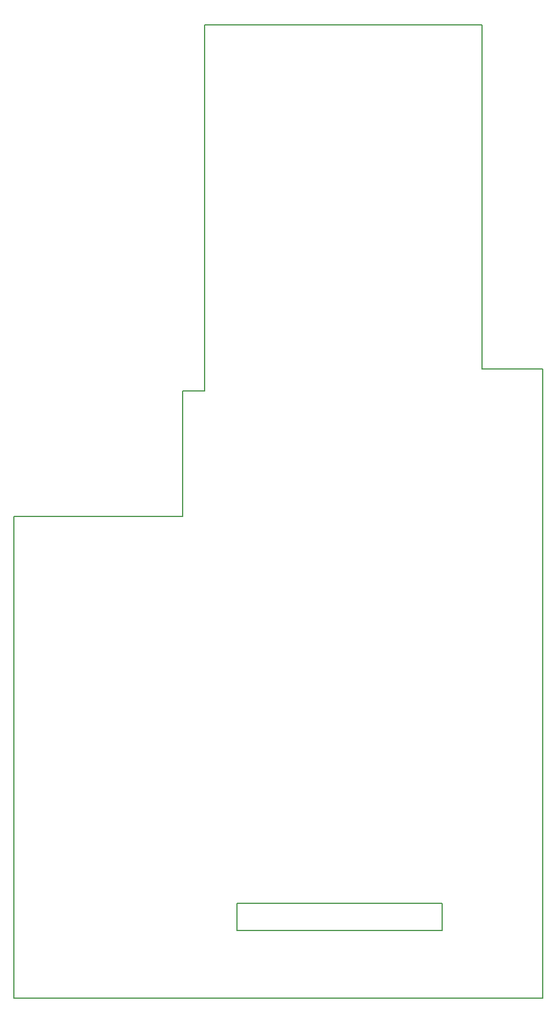
<source format=gm1>
G04 #@! TF.FileFunction,Profile,NP*
%FSLAX46Y46*%
G04 Gerber Fmt 4.6, Leading zero omitted, Abs format (unit mm)*
G04 Created by KiCad (PCBNEW 4.0.7-e2-6376~58~ubuntu14.04.1) date Tue Sep  5 20:37:50 2017*
%MOMM*%
%LPD*%
G01*
G04 APERTURE LIST*
%ADD10C,0.100000*%
%ADD11C,0.150000*%
G04 APERTURE END LIST*
D10*
D11*
X149860000Y-26416000D02*
X149860000Y-57404000D01*
X147320000Y-26416000D02*
X149860000Y-26416000D01*
X149860000Y-57404000D02*
X149860000Y-57912000D01*
X109220000Y-26416000D02*
X147320000Y-26416000D01*
X109220000Y-57150000D02*
X109220000Y-26416000D01*
X158750000Y-168910000D02*
X158750000Y-115570000D01*
X81280000Y-168910000D02*
X158750000Y-168910000D01*
X81280000Y-115570000D02*
X81280000Y-168910000D01*
X144000000Y-155000000D02*
X144000000Y-159000000D01*
X114000000Y-155000000D02*
X144000000Y-155000000D01*
X114000000Y-159000000D02*
X114000000Y-155000000D01*
X144000000Y-159000000D02*
X114000000Y-159000000D01*
X81280000Y-98425000D02*
X81280000Y-115570000D01*
X106045000Y-98425000D02*
X81280000Y-98425000D01*
X106045000Y-80010000D02*
X106045000Y-98425000D01*
X109220000Y-80010000D02*
X106045000Y-80010000D01*
X109220000Y-57150000D02*
X109220000Y-80010000D01*
X158750000Y-76835000D02*
X158750000Y-115570000D01*
X149860000Y-76835000D02*
X158750000Y-76835000D01*
X149860000Y-57785000D02*
X149860000Y-76835000D01*
M02*

</source>
